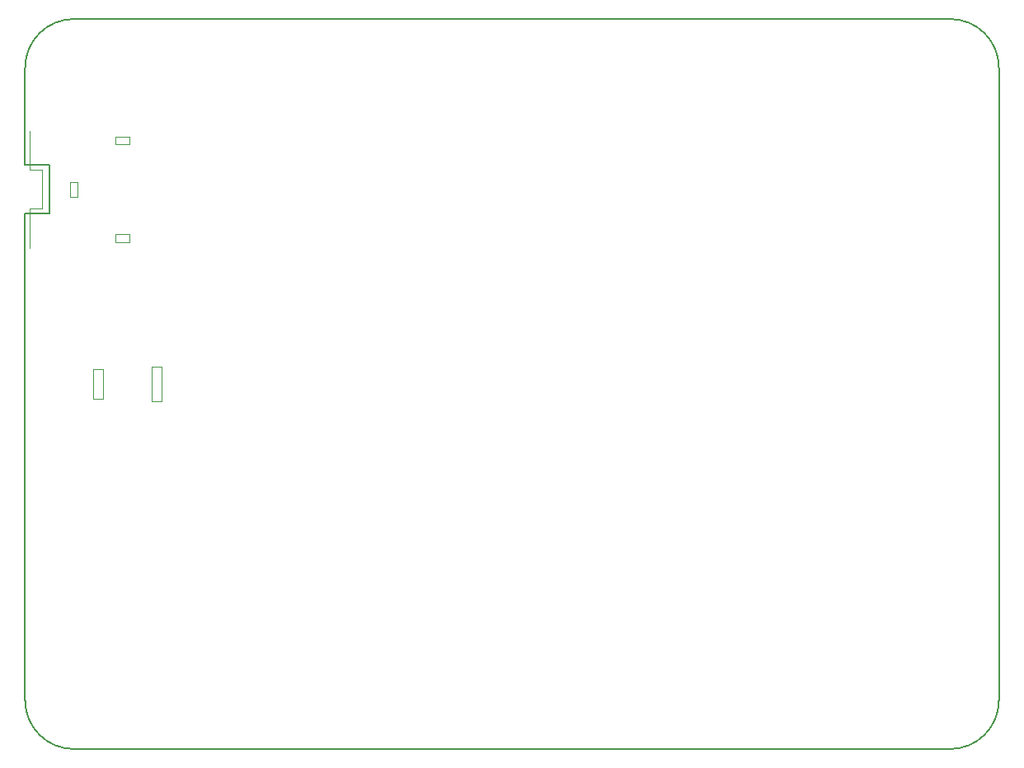
<source format=gm1>
G04 #@! TF.FileFunction,Profile,NP*
%FSLAX46Y46*%
G04 Gerber Fmt 4.6, Leading zero omitted, Abs format (unit mm)*
G04 Created by KiCad (PCBNEW 4.0.7+dfsg1-1ubuntu2) date Fri Aug 16 22:59:17 2019*
%MOMM*%
%LPD*%
G01*
G04 APERTURE LIST*
%ADD10C,0.100000*%
%ADD11C,0.150000*%
%ADD12C,0.000100*%
G04 APERTURE END LIST*
D10*
D11*
X0Y-5000000D02*
X0Y-15000000D01*
X2500000Y-15000000D02*
X0Y-15000000D01*
X2500000Y-15000000D02*
X2500000Y-20000000D01*
X0Y-20000000D02*
X2500000Y-20000000D01*
X95000000Y-75000000D02*
X5000000Y-75000000D01*
X100000000Y-5000000D02*
X100000000Y-70000000D01*
X5000000Y0D02*
X95000000Y0D01*
X0Y-70000000D02*
X0Y-20000000D01*
X0Y-70000000D02*
G75*
G03X5000000Y-75000000I5000000J0D01*
G01*
X95000000Y-75000000D02*
G75*
G03X100000000Y-70000000I0J5000000D01*
G01*
X100000000Y-5000000D02*
G75*
G03X95000000Y0I-5000000J0D01*
G01*
X5000000Y0D02*
G75*
G03X0Y-5000000I0J-5000000D01*
G01*
D12*
X4600000Y-16750000D02*
X5400000Y-16750000D01*
X5400000Y-16750000D02*
X5400000Y-18250000D01*
X5400000Y-18250000D02*
X4600000Y-18250000D01*
X4600000Y-18250000D02*
X4600000Y-16750000D01*
X500000Y-11500000D02*
X500000Y-15500000D01*
X500000Y-15500000D02*
X1700000Y-15500000D01*
X1700000Y-15500000D02*
X1700000Y-19500000D01*
X1700000Y-19500000D02*
X500000Y-19500000D01*
X500000Y-19500000D02*
X500000Y-23500000D01*
X9250000Y-12900000D02*
X9250000Y-12100000D01*
X9250000Y-12100000D02*
X10750000Y-12100000D01*
X10750000Y-12100000D02*
X10750000Y-12900000D01*
X10750000Y-12900000D02*
X9250000Y-12900000D01*
X9250000Y-22900000D02*
X9250000Y-22100000D01*
X9250000Y-22100000D02*
X10750000Y-22100000D01*
X10750000Y-22100000D02*
X10750000Y-22900000D01*
X10750000Y-22900000D02*
X9250000Y-22900000D01*
X13000000Y-35750000D02*
X14000000Y-35750000D01*
X14000000Y-35750000D02*
X14000000Y-39250000D01*
X14000000Y-39250000D02*
X13000000Y-39250000D01*
X13000000Y-39250000D02*
X13000000Y-35750000D01*
X7000000Y-36000000D02*
X8000000Y-36000000D01*
X8000000Y-36000000D02*
X8000000Y-39000000D01*
X8000000Y-39000000D02*
X7000000Y-39000000D01*
X7000000Y-39000000D02*
X7000000Y-36000000D01*
M02*

</source>
